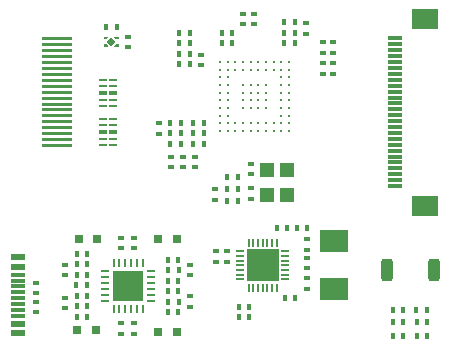
<source format=gtp>
G04*
G04 #@! TF.GenerationSoftware,Altium Limited,Altium Designer,21.3.2 (30)*
G04*
G04 Layer_Color=8421504*
%FSLAX44Y44*%
%MOMM*%
G71*
G04*
G04 #@! TF.SameCoordinates,B628278F-7F55-4BD0-9F56-58D37DFBE93C*
G04*
G04*
G04 #@! TF.FilePolarity,Positive*
G04*
G01*
G75*
%ADD16R,2.2000X1.8000*%
%ADD17R,1.3000X0.3000*%
%ADD18R,0.7620X0.7620*%
G04:AMPARAMS|DCode=19|XSize=1.016mm|YSize=1.8796mm|CornerRadius=0.254mm|HoleSize=0mm|Usage=FLASHONLY|Rotation=180.000|XOffset=0mm|YOffset=0mm|HoleType=Round|Shape=RoundedRectangle|*
%AMROUNDEDRECTD19*
21,1,1.0160,1.3716,0,0,180.0*
21,1,0.5080,1.8796,0,0,180.0*
1,1,0.5080,-0.2540,0.6858*
1,1,0.5080,0.2540,0.6858*
1,1,0.5080,0.2540,-0.6858*
1,1,0.5080,-0.2540,-0.6858*
%
%ADD19ROUNDEDRECTD19*%
%ADD20R,0.2000X0.2000*%
%ADD21P,0.6788X4X180.0*%
%ADD22R,0.6800X0.2000*%
%ADD23R,0.6800X0.4000*%
%ADD24R,2.7000X2.7000*%
%ADD25R,0.2240X0.6650*%
%ADD26R,0.6650X0.2240*%
%ADD27C,0.3000*%
%ADD28R,2.4000X1.9000*%
G04:AMPARAMS|DCode=29|XSize=2.6mm|YSize=0.254mm|CornerRadius=0.0635mm|HoleSize=0mm|Usage=FLASHONLY|Rotation=180.000|XOffset=0mm|YOffset=0mm|HoleType=Round|Shape=RoundedRectangle|*
%AMROUNDEDRECTD29*
21,1,2.6000,0.1270,0,0,180.0*
21,1,2.4730,0.2540,0,0,180.0*
1,1,0.1270,-1.2365,0.0635*
1,1,0.1270,1.2365,0.0635*
1,1,0.1270,1.2365,-0.0635*
1,1,0.1270,-1.2365,-0.0635*
%
%ADD29ROUNDEDRECTD29*%
%ADD30R,1.1500X0.3000*%
%ADD31R,1.1500X0.6000*%
%ADD32R,0.7500X0.2500*%
%ADD33R,0.2500X0.7500*%
%ADD34R,2.6000X2.6000*%
%ADD35R,0.4000X0.5000*%
%ADD36R,1.2000X1.3000*%
%ADD37R,0.5000X0.4000*%
G04:AMPARAMS|DCode=38|XSize=0.4mm|YSize=0.5mm|CornerRadius=0mm|HoleSize=0mm|Usage=FLASHONLY|Rotation=0.000|XOffset=0mm|YOffset=0mm|HoleType=Round|Shape=Octagon|*
%AMOCTAGOND38*
4,1,8,-0.1000,0.2500,0.1000,0.2500,0.2000,0.1500,0.2000,-0.1500,0.1000,-0.2500,-0.1000,-0.2500,-0.2000,-0.1500,-0.2000,0.1500,-0.1000,0.2500,0.0*
%
%ADD38OCTAGOND38*%

G36*
X119992Y253578D02*
Y255578D01*
X122492D01*
Y255578D01*
X123992Y254078D01*
Y253578D01*
X119992D01*
D02*
G37*
G36*
X119992Y262081D02*
Y260081D01*
X122492D01*
Y260081D01*
X123992Y261581D01*
X123992Y262081D01*
X119992D01*
D02*
G37*
G36*
X130495Y255578D02*
X132996D01*
Y253578D01*
X128495D01*
X128995Y254078D01*
X130495Y255578D01*
D02*
G37*
G36*
X132996Y262081D02*
Y260081D01*
X130495D01*
Y260081D01*
X128996Y261581D01*
Y262081D01*
X132996D01*
D02*
G37*
D16*
X391924Y119139D02*
D03*
X391924Y277140D02*
D03*
D17*
X366954Y175639D02*
D03*
Y170639D02*
D03*
Y180639D02*
D03*
Y185639D02*
D03*
Y190639D02*
D03*
Y195639D02*
D03*
Y200639D02*
D03*
Y205639D02*
D03*
Y210639D02*
D03*
Y215639D02*
D03*
Y220639D02*
D03*
Y225639D02*
D03*
Y230639D02*
D03*
Y235639D02*
D03*
Y240639D02*
D03*
Y245639D02*
D03*
Y250639D02*
D03*
Y255639D02*
D03*
Y260639D02*
D03*
Y135639D02*
D03*
Y140639D02*
D03*
Y145639D02*
D03*
Y150639D02*
D03*
Y155639D02*
D03*
Y160639D02*
D03*
Y165639D02*
D03*
D18*
X181825Y12389D02*
D03*
X166285D02*
D03*
X114513Y91130D02*
D03*
X98973D02*
D03*
X181825D02*
D03*
X166285D02*
D03*
X113243Y13659D02*
D03*
X97703D02*
D03*
D19*
X360087Y64460D02*
D03*
X399711D02*
D03*
D20*
X121294Y254580D02*
D03*
Y261080D02*
D03*
X131694Y254580D02*
D03*
Y261081D02*
D03*
D21*
X126494Y257829D02*
D03*
D22*
X119554Y225650D02*
D03*
Y220653D02*
D03*
X119556Y208650D02*
D03*
X119553Y203650D02*
D03*
X128352D02*
D03*
Y208650D02*
D03*
X128354Y220653D02*
D03*
Y225650D02*
D03*
X119554Y192630D02*
D03*
Y187633D02*
D03*
X119556Y175630D02*
D03*
X119553Y170630D02*
D03*
X128352D02*
D03*
Y175630D02*
D03*
X128354Y187633D02*
D03*
Y192630D02*
D03*
D23*
X119554Y214650D02*
D03*
X128353D02*
D03*
X119554Y181630D02*
D03*
X128353D02*
D03*
D24*
X254764Y68600D02*
D03*
D25*
X266764Y49525D02*
D03*
X262764D02*
D03*
X258764D02*
D03*
X254764D02*
D03*
X250764D02*
D03*
X246764D02*
D03*
X242764D02*
D03*
Y87675D02*
D03*
X246764D02*
D03*
X250764D02*
D03*
X254764D02*
D03*
X258764D02*
D03*
X262764D02*
D03*
X266764D02*
D03*
D26*
X235689Y56600D02*
D03*
Y60600D02*
D03*
Y64600D02*
D03*
Y68600D02*
D03*
Y72600D02*
D03*
Y76599D02*
D03*
Y80599D02*
D03*
X273839D02*
D03*
Y76599D02*
D03*
Y72600D02*
D03*
Y68600D02*
D03*
Y64600D02*
D03*
Y60600D02*
D03*
Y56600D02*
D03*
D27*
X218604Y240650D02*
D03*
X225104D02*
D03*
X231604D02*
D03*
X238104D02*
D03*
X244604D02*
D03*
X251104D02*
D03*
X257604D02*
D03*
X264104D02*
D03*
X270604D02*
D03*
X277104D02*
D03*
X218604Y234150D02*
D03*
X225104D02*
D03*
X231604D02*
D03*
X238104D02*
D03*
X244604D02*
D03*
X251104D02*
D03*
X257604D02*
D03*
X264104D02*
D03*
X270604D02*
D03*
X277104D02*
D03*
X218604Y227650D02*
D03*
X225104D02*
D03*
X270604D02*
D03*
X277104D02*
D03*
X218604Y221150D02*
D03*
X225104D02*
D03*
X238104D02*
D03*
X244604D02*
D03*
X251104D02*
D03*
X257604D02*
D03*
X270604D02*
D03*
X277104D02*
D03*
X218604Y214650D02*
D03*
X225104D02*
D03*
X238104D02*
D03*
X244604D02*
D03*
X251104D02*
D03*
X257604D02*
D03*
X270604D02*
D03*
X277104D02*
D03*
X218604Y208150D02*
D03*
X225104D02*
D03*
X238104D02*
D03*
X244604D02*
D03*
X251104D02*
D03*
X257604D02*
D03*
X270604D02*
D03*
X277104D02*
D03*
X218604Y201650D02*
D03*
X225104D02*
D03*
X238104D02*
D03*
X244604D02*
D03*
X251104D02*
D03*
X257604D02*
D03*
X270604D02*
D03*
X277104D02*
D03*
X218604Y195150D02*
D03*
X225104D02*
D03*
X270604D02*
D03*
X277104D02*
D03*
X218604Y188650D02*
D03*
X225104D02*
D03*
X231604D02*
D03*
X238104D02*
D03*
X244604D02*
D03*
X251104D02*
D03*
X257604D02*
D03*
X264104D02*
D03*
X270604D02*
D03*
X277104D02*
D03*
X218604Y182150D02*
D03*
X225104D02*
D03*
X231604D02*
D03*
X238104D02*
D03*
X244604D02*
D03*
X251104D02*
D03*
X257604D02*
D03*
X264104D02*
D03*
X270604D02*
D03*
X277104D02*
D03*
D28*
X315009Y89100D02*
D03*
X315009Y48099D02*
D03*
D29*
X80394Y259862D02*
D03*
Y254782D02*
D03*
Y249702D02*
D03*
Y244876D02*
D03*
Y239796D02*
D03*
Y234716D02*
D03*
Y229890D02*
D03*
Y224810D02*
D03*
Y219730D02*
D03*
Y214650D02*
D03*
Y209650D02*
D03*
Y204650D02*
D03*
Y199650D02*
D03*
Y194650D02*
D03*
Y189650D02*
D03*
Y184650D02*
D03*
Y179650D02*
D03*
Y174650D02*
D03*
Y169650D02*
D03*
D30*
X47248Y60700D02*
D03*
Y55700D02*
D03*
Y50700D02*
D03*
Y45700D02*
D03*
Y40700D02*
D03*
Y35700D02*
D03*
Y30700D02*
D03*
Y25700D02*
D03*
D31*
Y19200D02*
D03*
Y11200D02*
D03*
Y67200D02*
D03*
Y75200D02*
D03*
D32*
X121414Y63439D02*
D03*
Y58440D02*
D03*
Y53440D02*
D03*
Y48440D02*
D03*
Y43440D02*
D03*
Y38440D02*
D03*
X160414D02*
D03*
Y43440D02*
D03*
Y48440D02*
D03*
Y53440D02*
D03*
Y58440D02*
D03*
Y63439D02*
D03*
D33*
X128414Y31440D02*
D03*
X133414D02*
D03*
X138414D02*
D03*
X143414D02*
D03*
X148414D02*
D03*
X153414D02*
D03*
Y70440D02*
D03*
X148414D02*
D03*
X143414D02*
D03*
X138414D02*
D03*
X133414D02*
D03*
X128414D02*
D03*
D34*
X140914Y50939D02*
D03*
D35*
X243104Y33040D02*
D03*
X234604D02*
D03*
X243104Y25090D02*
D03*
X234604D02*
D03*
X130994Y270530D02*
D03*
X121994Y270530D02*
D03*
X106164Y42870D02*
D03*
X97664D02*
D03*
X174884Y55570D02*
D03*
X183384D02*
D03*
X97664Y25090D02*
D03*
X106164D02*
D03*
X183384Y73350D02*
D03*
X174884D02*
D03*
X105914Y60650D02*
D03*
X97414D02*
D03*
X174884Y46680D02*
D03*
X183384D02*
D03*
X97414Y78430D02*
D03*
X105914D02*
D03*
X183384Y28900D02*
D03*
X174884D02*
D03*
X97044Y52210D02*
D03*
X106043Y52209D02*
D03*
X106164Y33980D02*
D03*
X97165Y33980D02*
D03*
X174634Y64460D02*
D03*
X183633Y64459D02*
D03*
X106164Y69540D02*
D03*
X97165Y69540D02*
D03*
X174634Y37790D02*
D03*
X183633Y37789D02*
D03*
X275524Y100350D02*
D03*
X267024D02*
D03*
X283534Y100350D02*
D03*
X292034D02*
D03*
X273374Y40660D02*
D03*
X281874Y40660D02*
D03*
X282123Y256559D02*
D03*
X273124Y256560D02*
D03*
X282123Y265449D02*
D03*
X273124Y265450D02*
D03*
X282123Y274339D02*
D03*
X273124Y274340D02*
D03*
X373314Y20340D02*
D03*
X364814D02*
D03*
X193223Y238779D02*
D03*
X184224Y238780D02*
D03*
X184225Y265450D02*
D03*
X193224Y265450D02*
D03*
X193223Y247669D02*
D03*
X184224Y247670D02*
D03*
X193223Y256559D02*
D03*
X184224Y256560D02*
D03*
X185603Y189249D02*
D03*
X176604Y189250D02*
D03*
X185603Y171469D02*
D03*
X176604Y171470D02*
D03*
X185603Y180359D02*
D03*
X176604Y180359D02*
D03*
X385134Y20340D02*
D03*
X233863Y123209D02*
D03*
X224864Y123210D02*
D03*
X233863Y133369D02*
D03*
X224864Y133370D02*
D03*
X233863Y143529D02*
D03*
X224864Y143530D02*
D03*
X364814Y30500D02*
D03*
X373314Y30499D02*
D03*
X393883Y30499D02*
D03*
X384884Y30500D02*
D03*
X220034Y265450D02*
D03*
X228534D02*
D03*
X220034Y256560D02*
D03*
X228534D02*
D03*
X385134Y8910D02*
D03*
X373314D02*
D03*
X364814Y8910D02*
D03*
X204653Y189249D02*
D03*
X195654Y189250D02*
D03*
X195655Y180360D02*
D03*
X204654Y180360D02*
D03*
X204653Y171469D02*
D03*
X195654Y171470D02*
D03*
D36*
X275574Y128290D02*
D03*
Y149290D02*
D03*
X258574D02*
D03*
Y128290D02*
D03*
D37*
X187454Y160480D02*
D03*
Y151980D02*
D03*
X140464Y253041D02*
D03*
X140464Y262040D02*
D03*
X87694Y41020D02*
D03*
X87693Y32020D02*
D03*
X134684Y10430D02*
D03*
X134685Y19429D02*
D03*
X193104Y59960D02*
D03*
X193105Y68959D02*
D03*
X146115Y91820D02*
D03*
X146114Y82820D02*
D03*
X87694Y59960D02*
D03*
X87695Y68959D02*
D03*
X134685Y91820D02*
D03*
X134684Y82820D02*
D03*
X193104Y42290D02*
D03*
X193103Y33290D02*
D03*
X146114Y10430D02*
D03*
X146115Y19429D02*
D03*
X292150Y65950D02*
D03*
X292150Y74949D02*
D03*
X292150Y90880D02*
D03*
X292149Y81880D02*
D03*
X197614Y160480D02*
D03*
Y151980D02*
D03*
X292150Y57860D02*
D03*
X292149Y48860D02*
D03*
X224284Y71719D02*
D03*
X224285Y80719D02*
D03*
X314455Y239469D02*
D03*
X314454Y230469D02*
D03*
X305563Y248250D02*
D03*
X305564Y257250D02*
D03*
X305565Y239469D02*
D03*
X305564Y230469D02*
D03*
X314455Y257249D02*
D03*
X314454Y248249D02*
D03*
X291593Y264760D02*
D03*
X291594Y273760D02*
D03*
X167135Y188669D02*
D03*
X167134Y179670D02*
D03*
X214123Y123790D02*
D03*
X214124Y132789D02*
D03*
X202694Y246840D02*
D03*
Y238340D02*
D03*
X238254Y272630D02*
D03*
Y281130D02*
D03*
X215395Y80719D02*
D03*
X215394Y71720D02*
D03*
X247144Y272630D02*
D03*
Y281130D02*
D03*
X177294Y151980D02*
D03*
Y160480D02*
D03*
X244604Y154130D02*
D03*
Y145630D02*
D03*
X62994Y53800D02*
D03*
Y45300D02*
D03*
Y28790D02*
D03*
Y37290D02*
D03*
X244605Y134059D02*
D03*
X244604Y125060D02*
D03*
D38*
X393634Y20340D02*
D03*
X393634Y8910D02*
D03*
M02*

</source>
